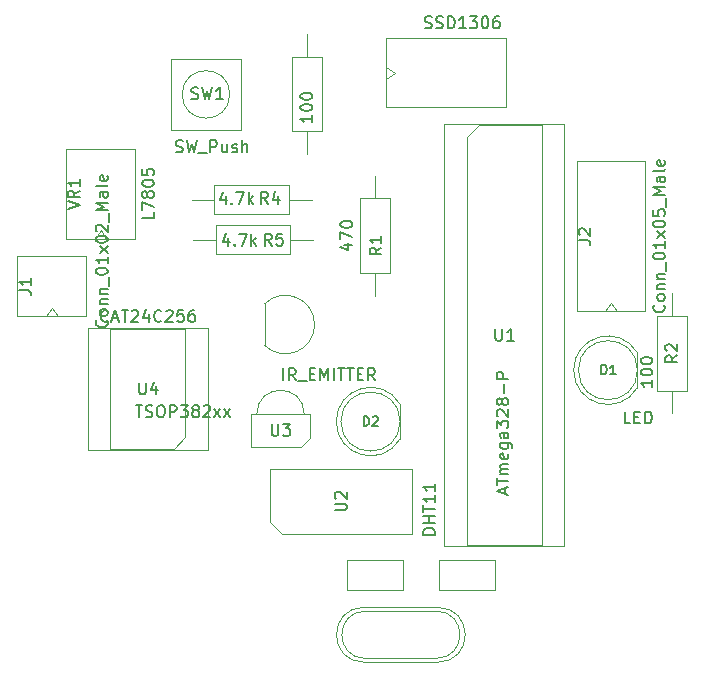
<source format=gbr>
%TF.GenerationSoftware,KiCad,Pcbnew,(6.0.7-1)-1*%
%TF.CreationDate,2022-10-19T21:48:05+05:30*%
%TF.ProjectId,Ac Temp Control V2,41632054-656d-4702-9043-6f6e74726f6c,rev?*%
%TF.SameCoordinates,Original*%
%TF.FileFunction,AssemblyDrawing,Top*%
%FSLAX46Y46*%
G04 Gerber Fmt 4.6, Leading zero omitted, Abs format (unit mm)*
G04 Created by KiCad (PCBNEW (6.0.7-1)-1) date 2022-10-19 21:48:05*
%MOMM*%
%LPD*%
G01*
G04 APERTURE LIST*
%ADD10C,0.150000*%
%ADD11C,0.200000*%
%ADD12C,0.100000*%
G04 APERTURE END LIST*
D10*
%TO.C,U1*%
X157648468Y-117848468D02*
X157648468Y-117372278D01*
X157934182Y-117943706D02*
X156934182Y-117610373D01*
X157934182Y-117277040D01*
X156934182Y-117086563D02*
X156934182Y-116515135D01*
X157934182Y-116800849D02*
X156934182Y-116800849D01*
X157934182Y-116181802D02*
X157267516Y-116181802D01*
X157362754Y-116181802D02*
X157315135Y-116134182D01*
X157267516Y-116038944D01*
X157267516Y-115896087D01*
X157315135Y-115800849D01*
X157410373Y-115753230D01*
X157934182Y-115753230D01*
X157410373Y-115753230D02*
X157315135Y-115705611D01*
X157267516Y-115610373D01*
X157267516Y-115467516D01*
X157315135Y-115372278D01*
X157410373Y-115324659D01*
X157934182Y-115324659D01*
X157886563Y-114467516D02*
X157934182Y-114562754D01*
X157934182Y-114753230D01*
X157886563Y-114848468D01*
X157791325Y-114896087D01*
X157410373Y-114896087D01*
X157315135Y-114848468D01*
X157267516Y-114753230D01*
X157267516Y-114562754D01*
X157315135Y-114467516D01*
X157410373Y-114419897D01*
X157505611Y-114419897D01*
X157600849Y-114896087D01*
X157267516Y-113562754D02*
X158077040Y-113562754D01*
X158172278Y-113610373D01*
X158219897Y-113657992D01*
X158267516Y-113753230D01*
X158267516Y-113896087D01*
X158219897Y-113991325D01*
X157886563Y-113562754D02*
X157934182Y-113657992D01*
X157934182Y-113848468D01*
X157886563Y-113943706D01*
X157838944Y-113991325D01*
X157743706Y-114038944D01*
X157457992Y-114038944D01*
X157362754Y-113991325D01*
X157315135Y-113943706D01*
X157267516Y-113848468D01*
X157267516Y-113657992D01*
X157315135Y-113562754D01*
X157934182Y-112657992D02*
X157410373Y-112657992D01*
X157315135Y-112705611D01*
X157267516Y-112800849D01*
X157267516Y-112991325D01*
X157315135Y-113086563D01*
X157886563Y-112657992D02*
X157934182Y-112753230D01*
X157934182Y-112991325D01*
X157886563Y-113086563D01*
X157791325Y-113134182D01*
X157696087Y-113134182D01*
X157600849Y-113086563D01*
X157553230Y-112991325D01*
X157553230Y-112753230D01*
X157505611Y-112657992D01*
X156934182Y-112277040D02*
X156934182Y-111657992D01*
X157315135Y-111991325D01*
X157315135Y-111848468D01*
X157362754Y-111753230D01*
X157410373Y-111705611D01*
X157505611Y-111657992D01*
X157743706Y-111657992D01*
X157838944Y-111705611D01*
X157886563Y-111753230D01*
X157934182Y-111848468D01*
X157934182Y-112134182D01*
X157886563Y-112229421D01*
X157838944Y-112277040D01*
X157029421Y-111277040D02*
X156981802Y-111229421D01*
X156934182Y-111134182D01*
X156934182Y-110896087D01*
X156981802Y-110800849D01*
X157029421Y-110753230D01*
X157124659Y-110705611D01*
X157219897Y-110705611D01*
X157362754Y-110753230D01*
X157934182Y-111324659D01*
X157934182Y-110705611D01*
X157362754Y-110134182D02*
X157315135Y-110229421D01*
X157267516Y-110277040D01*
X157172278Y-110324659D01*
X157124659Y-110324659D01*
X157029421Y-110277040D01*
X156981802Y-110229421D01*
X156934182Y-110134182D01*
X156934182Y-109943706D01*
X156981802Y-109848468D01*
X157029421Y-109800849D01*
X157124659Y-109753230D01*
X157172278Y-109753230D01*
X157267516Y-109800849D01*
X157315135Y-109848468D01*
X157362754Y-109943706D01*
X157362754Y-110134182D01*
X157410373Y-110229421D01*
X157457992Y-110277040D01*
X157553230Y-110324659D01*
X157743706Y-110324659D01*
X157838944Y-110277040D01*
X157886563Y-110229421D01*
X157934182Y-110134182D01*
X157934182Y-109943706D01*
X157886563Y-109848468D01*
X157838944Y-109800849D01*
X157743706Y-109753230D01*
X157553230Y-109753230D01*
X157457992Y-109800849D01*
X157410373Y-109848468D01*
X157362754Y-109943706D01*
X157553230Y-109324659D02*
X157553230Y-108562754D01*
X157934182Y-108086563D02*
X156934182Y-108086563D01*
X156934182Y-107705611D01*
X156981802Y-107610373D01*
X157029421Y-107562754D01*
X157124659Y-107515135D01*
X157267516Y-107515135D01*
X157362754Y-107562754D01*
X157410373Y-107610373D01*
X157457992Y-107705611D01*
X157457992Y-108086563D01*
X156829897Y-103869182D02*
X156829897Y-104678706D01*
X156877516Y-104773944D01*
X156925135Y-104821563D01*
X157020373Y-104869182D01*
X157210849Y-104869182D01*
X157306087Y-104821563D01*
X157353706Y-104773944D01*
X157401325Y-104678706D01*
X157401325Y-103869182D01*
X158401325Y-104869182D02*
X157829897Y-104869182D01*
X158115611Y-104869182D02*
X158115611Y-103869182D01*
X158020373Y-104012040D01*
X157925135Y-104107278D01*
X157829897Y-104154897D01*
%TO.C,R3*%
X141334182Y-85798468D02*
X141334182Y-86369897D01*
X141334182Y-86084182D02*
X140334182Y-86084182D01*
X140477040Y-86179421D01*
X140572278Y-86274659D01*
X140619897Y-86369897D01*
X140334182Y-85179421D02*
X140334182Y-85084182D01*
X140381802Y-84988944D01*
X140429421Y-84941325D01*
X140524659Y-84893706D01*
X140715135Y-84846087D01*
X140953230Y-84846087D01*
X141143706Y-84893706D01*
X141238944Y-84941325D01*
X141286563Y-84988944D01*
X141334182Y-85084182D01*
X141334182Y-85179421D01*
X141286563Y-85274659D01*
X141238944Y-85322278D01*
X141143706Y-85369897D01*
X140953230Y-85417516D01*
X140715135Y-85417516D01*
X140524659Y-85369897D01*
X140429421Y-85322278D01*
X140381802Y-85274659D01*
X140334182Y-85179421D01*
X140334182Y-84227040D02*
X140334182Y-84131802D01*
X140381802Y-84036563D01*
X140429421Y-83988944D01*
X140524659Y-83941325D01*
X140715135Y-83893706D01*
X140953230Y-83893706D01*
X141143706Y-83941325D01*
X141238944Y-83988944D01*
X141286563Y-84036563D01*
X141334182Y-84131802D01*
X141334182Y-84227040D01*
X141286563Y-84322278D01*
X141238944Y-84369897D01*
X141143706Y-84417516D01*
X140953230Y-84465135D01*
X140715135Y-84465135D01*
X140524659Y-84417516D01*
X140429421Y-84369897D01*
X140381802Y-84322278D01*
X140334182Y-84227040D01*
%TO.C,VR1*%
X127934182Y-94027040D02*
X127934182Y-94503230D01*
X126934182Y-94503230D01*
X126934182Y-93788944D02*
X126934182Y-93122278D01*
X127934182Y-93550849D01*
X127362754Y-92598468D02*
X127315135Y-92693706D01*
X127267516Y-92741325D01*
X127172278Y-92788944D01*
X127124659Y-92788944D01*
X127029421Y-92741325D01*
X126981802Y-92693706D01*
X126934182Y-92598468D01*
X126934182Y-92407992D01*
X126981802Y-92312754D01*
X127029421Y-92265135D01*
X127124659Y-92217516D01*
X127172278Y-92217516D01*
X127267516Y-92265135D01*
X127315135Y-92312754D01*
X127362754Y-92407992D01*
X127362754Y-92598468D01*
X127410373Y-92693706D01*
X127457992Y-92741325D01*
X127553230Y-92788944D01*
X127743706Y-92788944D01*
X127838944Y-92741325D01*
X127886563Y-92693706D01*
X127934182Y-92598468D01*
X127934182Y-92407992D01*
X127886563Y-92312754D01*
X127838944Y-92265135D01*
X127743706Y-92217516D01*
X127553230Y-92217516D01*
X127457992Y-92265135D01*
X127410373Y-92312754D01*
X127362754Y-92407992D01*
X126934182Y-91598468D02*
X126934182Y-91503230D01*
X126981802Y-91407992D01*
X127029421Y-91360373D01*
X127124659Y-91312754D01*
X127315135Y-91265135D01*
X127553230Y-91265135D01*
X127743706Y-91312754D01*
X127838944Y-91360373D01*
X127886563Y-91407992D01*
X127934182Y-91503230D01*
X127934182Y-91598468D01*
X127886563Y-91693706D01*
X127838944Y-91741325D01*
X127743706Y-91788944D01*
X127553230Y-91836563D01*
X127315135Y-91836563D01*
X127124659Y-91788944D01*
X127029421Y-91741325D01*
X126981802Y-91693706D01*
X126934182Y-91598468D01*
X126934182Y-90360373D02*
X126934182Y-90836563D01*
X127410373Y-90884182D01*
X127362754Y-90836563D01*
X127315135Y-90741325D01*
X127315135Y-90503230D01*
X127362754Y-90407992D01*
X127410373Y-90360373D01*
X127505611Y-90312754D01*
X127743706Y-90312754D01*
X127838944Y-90360373D01*
X127886563Y-90407992D01*
X127934182Y-90503230D01*
X127934182Y-90741325D01*
X127886563Y-90836563D01*
X127838944Y-90884182D01*
X120634182Y-93741325D02*
X121634182Y-93407992D01*
X120634182Y-93074659D01*
X121634182Y-92169897D02*
X121157992Y-92503230D01*
X121634182Y-92741325D02*
X120634182Y-92741325D01*
X120634182Y-92360373D01*
X120681802Y-92265135D01*
X120729421Y-92217516D01*
X120824659Y-92169897D01*
X120967516Y-92169897D01*
X121062754Y-92217516D01*
X121110373Y-92265135D01*
X121157992Y-92360373D01*
X121157992Y-92741325D01*
X121634182Y-91217516D02*
X121634182Y-91788944D01*
X121634182Y-91503230D02*
X120634182Y-91503230D01*
X120777040Y-91598468D01*
X120872278Y-91693706D01*
X120919897Y-91788944D01*
%TO.C,SW1*%
X129784182Y-88886563D02*
X129927040Y-88934182D01*
X130165135Y-88934182D01*
X130260373Y-88886563D01*
X130307992Y-88838944D01*
X130355611Y-88743706D01*
X130355611Y-88648468D01*
X130307992Y-88553230D01*
X130260373Y-88505611D01*
X130165135Y-88457992D01*
X129974659Y-88410373D01*
X129879421Y-88362754D01*
X129831802Y-88315135D01*
X129784182Y-88219897D01*
X129784182Y-88124659D01*
X129831802Y-88029421D01*
X129879421Y-87981802D01*
X129974659Y-87934182D01*
X130212754Y-87934182D01*
X130355611Y-87981802D01*
X130688944Y-87934182D02*
X130927040Y-88934182D01*
X131117516Y-88219897D01*
X131307992Y-88934182D01*
X131546087Y-87934182D01*
X131688944Y-89029421D02*
X132450849Y-89029421D01*
X132688944Y-88934182D02*
X132688944Y-87934182D01*
X133069897Y-87934182D01*
X133165135Y-87981802D01*
X133212754Y-88029421D01*
X133260373Y-88124659D01*
X133260373Y-88267516D01*
X133212754Y-88362754D01*
X133165135Y-88410373D01*
X133069897Y-88457992D01*
X132688944Y-88457992D01*
X134117516Y-88267516D02*
X134117516Y-88934182D01*
X133688944Y-88267516D02*
X133688944Y-88791325D01*
X133736563Y-88886563D01*
X133831802Y-88934182D01*
X133974659Y-88934182D01*
X134069897Y-88886563D01*
X134117516Y-88838944D01*
X134546087Y-88886563D02*
X134641325Y-88934182D01*
X134831802Y-88934182D01*
X134927040Y-88886563D01*
X134974659Y-88791325D01*
X134974659Y-88743706D01*
X134927040Y-88648468D01*
X134831802Y-88600849D01*
X134688944Y-88600849D01*
X134593706Y-88553230D01*
X134546087Y-88457992D01*
X134546087Y-88410373D01*
X134593706Y-88315135D01*
X134688944Y-88267516D01*
X134831802Y-88267516D01*
X134927040Y-88315135D01*
X135403230Y-88934182D02*
X135403230Y-87934182D01*
X135831802Y-88934182D02*
X135831802Y-88410373D01*
X135784182Y-88315135D01*
X135688944Y-88267516D01*
X135546087Y-88267516D01*
X135450849Y-88315135D01*
X135403230Y-88362754D01*
X131098468Y-84386563D02*
X131241325Y-84434182D01*
X131479421Y-84434182D01*
X131574659Y-84386563D01*
X131622278Y-84338944D01*
X131669897Y-84243706D01*
X131669897Y-84148468D01*
X131622278Y-84053230D01*
X131574659Y-84005611D01*
X131479421Y-83957992D01*
X131288944Y-83910373D01*
X131193706Y-83862754D01*
X131146087Y-83815135D01*
X131098468Y-83719897D01*
X131098468Y-83624659D01*
X131146087Y-83529421D01*
X131193706Y-83481802D01*
X131288944Y-83434182D01*
X131527040Y-83434182D01*
X131669897Y-83481802D01*
X132003230Y-83434182D02*
X132241325Y-84434182D01*
X132431802Y-83719897D01*
X132622278Y-84434182D01*
X132860373Y-83434182D01*
X133765135Y-84434182D02*
X133193706Y-84434182D01*
X133479421Y-84434182D02*
X133479421Y-83434182D01*
X133384182Y-83577040D01*
X133288944Y-83672278D01*
X133193706Y-83719897D01*
%TO.C,R1*%
X144047516Y-96743706D02*
X144714182Y-96743706D01*
X143666563Y-96981802D02*
X144380849Y-97219897D01*
X144380849Y-96600849D01*
X143714182Y-96315135D02*
X143714182Y-95648468D01*
X144714182Y-96077040D01*
X143714182Y-95077040D02*
X143714182Y-94981802D01*
X143761802Y-94886563D01*
X143809421Y-94838944D01*
X143904659Y-94791325D01*
X144095135Y-94743706D01*
X144333230Y-94743706D01*
X144523706Y-94791325D01*
X144618944Y-94838944D01*
X144666563Y-94886563D01*
X144714182Y-94981802D01*
X144714182Y-95077040D01*
X144666563Y-95172278D01*
X144618944Y-95219897D01*
X144523706Y-95267516D01*
X144333230Y-95315135D01*
X144095135Y-95315135D01*
X143904659Y-95267516D01*
X143809421Y-95219897D01*
X143761802Y-95172278D01*
X143714182Y-95077040D01*
X147184182Y-96998468D02*
X146707992Y-97331802D01*
X147184182Y-97569897D02*
X146184182Y-97569897D01*
X146184182Y-97188944D01*
X146231802Y-97093706D01*
X146279421Y-97046087D01*
X146374659Y-96998468D01*
X146517516Y-96998468D01*
X146612754Y-97046087D01*
X146660373Y-97093706D01*
X146707992Y-97188944D01*
X146707992Y-97569897D01*
X147184182Y-96046087D02*
X147184182Y-96617516D01*
X147184182Y-96331802D02*
X146184182Y-96331802D01*
X146327040Y-96427040D01*
X146422278Y-96522278D01*
X146469897Y-96617516D01*
%TO.C,U4*%
X124040849Y-103188944D02*
X123993230Y-103236563D01*
X123850373Y-103284182D01*
X123755135Y-103284182D01*
X123612278Y-103236563D01*
X123517040Y-103141325D01*
X123469421Y-103046087D01*
X123421802Y-102855611D01*
X123421802Y-102712754D01*
X123469421Y-102522278D01*
X123517040Y-102427040D01*
X123612278Y-102331802D01*
X123755135Y-102284182D01*
X123850373Y-102284182D01*
X123993230Y-102331802D01*
X124040849Y-102379421D01*
X124421802Y-102998468D02*
X124897992Y-102998468D01*
X124326563Y-103284182D02*
X124659897Y-102284182D01*
X124993230Y-103284182D01*
X125183706Y-102284182D02*
X125755135Y-102284182D01*
X125469421Y-103284182D02*
X125469421Y-102284182D01*
X126040849Y-102379421D02*
X126088468Y-102331802D01*
X126183706Y-102284182D01*
X126421802Y-102284182D01*
X126517040Y-102331802D01*
X126564659Y-102379421D01*
X126612278Y-102474659D01*
X126612278Y-102569897D01*
X126564659Y-102712754D01*
X125993230Y-103284182D01*
X126612278Y-103284182D01*
X127469421Y-102617516D02*
X127469421Y-103284182D01*
X127231325Y-102236563D02*
X126993230Y-102950849D01*
X127612278Y-102950849D01*
X128564659Y-103188944D02*
X128517040Y-103236563D01*
X128374182Y-103284182D01*
X128278944Y-103284182D01*
X128136087Y-103236563D01*
X128040849Y-103141325D01*
X127993230Y-103046087D01*
X127945611Y-102855611D01*
X127945611Y-102712754D01*
X127993230Y-102522278D01*
X128040849Y-102427040D01*
X128136087Y-102331802D01*
X128278944Y-102284182D01*
X128374182Y-102284182D01*
X128517040Y-102331802D01*
X128564659Y-102379421D01*
X128945611Y-102379421D02*
X128993230Y-102331802D01*
X129088468Y-102284182D01*
X129326563Y-102284182D01*
X129421802Y-102331802D01*
X129469421Y-102379421D01*
X129517040Y-102474659D01*
X129517040Y-102569897D01*
X129469421Y-102712754D01*
X128897992Y-103284182D01*
X129517040Y-103284182D01*
X130421802Y-102284182D02*
X129945611Y-102284182D01*
X129897992Y-102760373D01*
X129945611Y-102712754D01*
X130040849Y-102665135D01*
X130278944Y-102665135D01*
X130374182Y-102712754D01*
X130421802Y-102760373D01*
X130469421Y-102855611D01*
X130469421Y-103093706D01*
X130421802Y-103188944D01*
X130374182Y-103236563D01*
X130278944Y-103284182D01*
X130040849Y-103284182D01*
X129945611Y-103236563D01*
X129897992Y-103188944D01*
X131326563Y-102284182D02*
X131136087Y-102284182D01*
X131040849Y-102331802D01*
X130993230Y-102379421D01*
X130897992Y-102522278D01*
X130850373Y-102712754D01*
X130850373Y-103093706D01*
X130897992Y-103188944D01*
X130945611Y-103236563D01*
X131040849Y-103284182D01*
X131231325Y-103284182D01*
X131326563Y-103236563D01*
X131374182Y-103188944D01*
X131421802Y-103093706D01*
X131421802Y-102855611D01*
X131374182Y-102760373D01*
X131326563Y-102712754D01*
X131231325Y-102665135D01*
X131040849Y-102665135D01*
X130945611Y-102712754D01*
X130897992Y-102760373D01*
X130850373Y-102855611D01*
X126659897Y-108424182D02*
X126659897Y-109233706D01*
X126707516Y-109328944D01*
X126755135Y-109376563D01*
X126850373Y-109424182D01*
X127040849Y-109424182D01*
X127136087Y-109376563D01*
X127183706Y-109328944D01*
X127231325Y-109233706D01*
X127231325Y-108424182D01*
X128136087Y-108757516D02*
X128136087Y-109424182D01*
X127897992Y-108376563D02*
X127659897Y-109090849D01*
X128278944Y-109090849D01*
%TO.C,J1*%
X123918944Y-103145135D02*
X123966563Y-103192754D01*
X124014182Y-103335611D01*
X124014182Y-103430849D01*
X123966563Y-103573706D01*
X123871325Y-103668944D01*
X123776087Y-103716563D01*
X123585611Y-103764182D01*
X123442754Y-103764182D01*
X123252278Y-103716563D01*
X123157040Y-103668944D01*
X123061802Y-103573706D01*
X123014182Y-103430849D01*
X123014182Y-103335611D01*
X123061802Y-103192754D01*
X123109421Y-103145135D01*
X124014182Y-102573706D02*
X123966563Y-102668944D01*
X123918944Y-102716563D01*
X123823706Y-102764182D01*
X123537992Y-102764182D01*
X123442754Y-102716563D01*
X123395135Y-102668944D01*
X123347516Y-102573706D01*
X123347516Y-102430849D01*
X123395135Y-102335611D01*
X123442754Y-102287992D01*
X123537992Y-102240373D01*
X123823706Y-102240373D01*
X123918944Y-102287992D01*
X123966563Y-102335611D01*
X124014182Y-102430849D01*
X124014182Y-102573706D01*
X123347516Y-101811802D02*
X124014182Y-101811802D01*
X123442754Y-101811802D02*
X123395135Y-101764182D01*
X123347516Y-101668944D01*
X123347516Y-101526087D01*
X123395135Y-101430849D01*
X123490373Y-101383230D01*
X124014182Y-101383230D01*
X123347516Y-100907040D02*
X124014182Y-100907040D01*
X123442754Y-100907040D02*
X123395135Y-100859421D01*
X123347516Y-100764182D01*
X123347516Y-100621325D01*
X123395135Y-100526087D01*
X123490373Y-100478468D01*
X124014182Y-100478468D01*
X124109421Y-100240373D02*
X124109421Y-99478468D01*
X123014182Y-99049897D02*
X123014182Y-98954659D01*
X123061802Y-98859421D01*
X123109421Y-98811802D01*
X123204659Y-98764182D01*
X123395135Y-98716563D01*
X123633230Y-98716563D01*
X123823706Y-98764182D01*
X123918944Y-98811802D01*
X123966563Y-98859421D01*
X124014182Y-98954659D01*
X124014182Y-99049897D01*
X123966563Y-99145135D01*
X123918944Y-99192754D01*
X123823706Y-99240373D01*
X123633230Y-99287992D01*
X123395135Y-99287992D01*
X123204659Y-99240373D01*
X123109421Y-99192754D01*
X123061802Y-99145135D01*
X123014182Y-99049897D01*
X124014182Y-97764182D02*
X124014182Y-98335611D01*
X124014182Y-98049897D02*
X123014182Y-98049897D01*
X123157040Y-98145135D01*
X123252278Y-98240373D01*
X123299897Y-98335611D01*
X124014182Y-97430849D02*
X123347516Y-96907040D01*
X123347516Y-97430849D02*
X124014182Y-96907040D01*
X123014182Y-96335611D02*
X123014182Y-96240373D01*
X123061802Y-96145135D01*
X123109421Y-96097516D01*
X123204659Y-96049897D01*
X123395135Y-96002278D01*
X123633230Y-96002278D01*
X123823706Y-96049897D01*
X123918944Y-96097516D01*
X123966563Y-96145135D01*
X124014182Y-96240373D01*
X124014182Y-96335611D01*
X123966563Y-96430849D01*
X123918944Y-96478468D01*
X123823706Y-96526087D01*
X123633230Y-96573706D01*
X123395135Y-96573706D01*
X123204659Y-96526087D01*
X123109421Y-96478468D01*
X123061802Y-96430849D01*
X123014182Y-96335611D01*
X123109421Y-95621325D02*
X123061802Y-95573706D01*
X123014182Y-95478468D01*
X123014182Y-95240373D01*
X123061802Y-95145135D01*
X123109421Y-95097516D01*
X123204659Y-95049897D01*
X123299897Y-95049897D01*
X123442754Y-95097516D01*
X124014182Y-95668944D01*
X124014182Y-95049897D01*
X124109421Y-94859421D02*
X124109421Y-94097516D01*
X124014182Y-93859421D02*
X123014182Y-93859421D01*
X123728468Y-93526087D01*
X123014182Y-93192754D01*
X124014182Y-93192754D01*
X124014182Y-92287992D02*
X123490373Y-92287992D01*
X123395135Y-92335611D01*
X123347516Y-92430849D01*
X123347516Y-92621325D01*
X123395135Y-92716563D01*
X123966563Y-92287992D02*
X124014182Y-92383230D01*
X124014182Y-92621325D01*
X123966563Y-92716563D01*
X123871325Y-92764182D01*
X123776087Y-92764182D01*
X123680849Y-92716563D01*
X123633230Y-92621325D01*
X123633230Y-92383230D01*
X123585611Y-92287992D01*
X124014182Y-91668944D02*
X123966563Y-91764182D01*
X123871325Y-91811802D01*
X123014182Y-91811802D01*
X123966563Y-90907040D02*
X124014182Y-91002278D01*
X124014182Y-91192754D01*
X123966563Y-91287992D01*
X123871325Y-91335611D01*
X123490373Y-91335611D01*
X123395135Y-91287992D01*
X123347516Y-91192754D01*
X123347516Y-91002278D01*
X123395135Y-90907040D01*
X123490373Y-90859421D01*
X123585611Y-90859421D01*
X123680849Y-91335611D01*
X116514182Y-100595135D02*
X117228468Y-100595135D01*
X117371325Y-100642754D01*
X117466563Y-100737992D01*
X117514182Y-100880849D01*
X117514182Y-100976087D01*
X117514182Y-99595135D02*
X117514182Y-100166563D01*
X117514182Y-99880849D02*
X116514182Y-99880849D01*
X116657040Y-99976087D01*
X116752278Y-100071325D01*
X116799897Y-100166563D01*
%TO.C,DISPLAY1*%
X150865135Y-78386563D02*
X151007992Y-78434182D01*
X151246087Y-78434182D01*
X151341325Y-78386563D01*
X151388944Y-78338944D01*
X151436563Y-78243706D01*
X151436563Y-78148468D01*
X151388944Y-78053230D01*
X151341325Y-78005611D01*
X151246087Y-77957992D01*
X151055611Y-77910373D01*
X150960373Y-77862754D01*
X150912754Y-77815135D01*
X150865135Y-77719897D01*
X150865135Y-77624659D01*
X150912754Y-77529421D01*
X150960373Y-77481802D01*
X151055611Y-77434182D01*
X151293706Y-77434182D01*
X151436563Y-77481802D01*
X151817516Y-78386563D02*
X151960373Y-78434182D01*
X152198468Y-78434182D01*
X152293706Y-78386563D01*
X152341325Y-78338944D01*
X152388944Y-78243706D01*
X152388944Y-78148468D01*
X152341325Y-78053230D01*
X152293706Y-78005611D01*
X152198468Y-77957992D01*
X152007992Y-77910373D01*
X151912754Y-77862754D01*
X151865135Y-77815135D01*
X151817516Y-77719897D01*
X151817516Y-77624659D01*
X151865135Y-77529421D01*
X151912754Y-77481802D01*
X152007992Y-77434182D01*
X152246087Y-77434182D01*
X152388944Y-77481802D01*
X152817516Y-78434182D02*
X152817516Y-77434182D01*
X153055611Y-77434182D01*
X153198468Y-77481802D01*
X153293706Y-77577040D01*
X153341325Y-77672278D01*
X153388944Y-77862754D01*
X153388944Y-78005611D01*
X153341325Y-78196087D01*
X153293706Y-78291325D01*
X153198468Y-78386563D01*
X153055611Y-78434182D01*
X152817516Y-78434182D01*
X154341325Y-78434182D02*
X153769897Y-78434182D01*
X154055611Y-78434182D02*
X154055611Y-77434182D01*
X153960373Y-77577040D01*
X153865135Y-77672278D01*
X153769897Y-77719897D01*
X154674659Y-77434182D02*
X155293706Y-77434182D01*
X154960373Y-77815135D01*
X155103230Y-77815135D01*
X155198468Y-77862754D01*
X155246087Y-77910373D01*
X155293706Y-78005611D01*
X155293706Y-78243706D01*
X155246087Y-78338944D01*
X155198468Y-78386563D01*
X155103230Y-78434182D01*
X154817516Y-78434182D01*
X154722278Y-78386563D01*
X154674659Y-78338944D01*
X155912754Y-77434182D02*
X156007992Y-77434182D01*
X156103230Y-77481802D01*
X156150849Y-77529421D01*
X156198468Y-77624659D01*
X156246087Y-77815135D01*
X156246087Y-78053230D01*
X156198468Y-78243706D01*
X156150849Y-78338944D01*
X156103230Y-78386563D01*
X156007992Y-78434182D01*
X155912754Y-78434182D01*
X155817516Y-78386563D01*
X155769897Y-78338944D01*
X155722278Y-78243706D01*
X155674659Y-78053230D01*
X155674659Y-77815135D01*
X155722278Y-77624659D01*
X155769897Y-77529421D01*
X155817516Y-77481802D01*
X155912754Y-77434182D01*
X157103230Y-77434182D02*
X156912754Y-77434182D01*
X156817516Y-77481802D01*
X156769897Y-77529421D01*
X156674659Y-77672278D01*
X156627040Y-77862754D01*
X156627040Y-78243706D01*
X156674659Y-78338944D01*
X156722278Y-78386563D01*
X156817516Y-78434182D01*
X157007992Y-78434182D01*
X157103230Y-78386563D01*
X157150849Y-78338944D01*
X157198468Y-78243706D01*
X157198468Y-78005611D01*
X157150849Y-77910373D01*
X157103230Y-77862754D01*
X157007992Y-77815135D01*
X156817516Y-77815135D01*
X156722278Y-77862754D01*
X156674659Y-77910373D01*
X156627040Y-78005611D01*
%TO.C,D1*%
X168263944Y-111884182D02*
X167787754Y-111884182D01*
X167787754Y-110884182D01*
X168597278Y-111360373D02*
X168930611Y-111360373D01*
X169073468Y-111884182D02*
X168597278Y-111884182D01*
X168597278Y-110884182D01*
X169073468Y-110884182D01*
X169502040Y-111884182D02*
X169502040Y-110884182D01*
X169740135Y-110884182D01*
X169882992Y-110931802D01*
X169978230Y-111027040D01*
X170025849Y-111122278D01*
X170073468Y-111312754D01*
X170073468Y-111455611D01*
X170025849Y-111646087D01*
X169978230Y-111741325D01*
X169882992Y-111836563D01*
X169740135Y-111884182D01*
X169502040Y-111884182D01*
D11*
X165791325Y-107743706D02*
X165791325Y-106943706D01*
X165981802Y-106943706D01*
X166096087Y-106981802D01*
X166172278Y-107057992D01*
X166210373Y-107134182D01*
X166248468Y-107286563D01*
X166248468Y-107400849D01*
X166210373Y-107553230D01*
X166172278Y-107629421D01*
X166096087Y-107705611D01*
X165981802Y-107743706D01*
X165791325Y-107743706D01*
X167010373Y-107743706D02*
X166553230Y-107743706D01*
X166781802Y-107743706D02*
X166781802Y-106943706D01*
X166705611Y-107057992D01*
X166629421Y-107134182D01*
X166553230Y-107172278D01*
D10*
%TO.C,J2*%
X171088944Y-101865135D02*
X171136563Y-101912754D01*
X171184182Y-102055611D01*
X171184182Y-102150849D01*
X171136563Y-102293706D01*
X171041325Y-102388944D01*
X170946087Y-102436563D01*
X170755611Y-102484182D01*
X170612754Y-102484182D01*
X170422278Y-102436563D01*
X170327040Y-102388944D01*
X170231802Y-102293706D01*
X170184182Y-102150849D01*
X170184182Y-102055611D01*
X170231802Y-101912754D01*
X170279421Y-101865135D01*
X171184182Y-101293706D02*
X171136563Y-101388944D01*
X171088944Y-101436563D01*
X170993706Y-101484182D01*
X170707992Y-101484182D01*
X170612754Y-101436563D01*
X170565135Y-101388944D01*
X170517516Y-101293706D01*
X170517516Y-101150849D01*
X170565135Y-101055611D01*
X170612754Y-101007992D01*
X170707992Y-100960373D01*
X170993706Y-100960373D01*
X171088944Y-101007992D01*
X171136563Y-101055611D01*
X171184182Y-101150849D01*
X171184182Y-101293706D01*
X170517516Y-100531802D02*
X171184182Y-100531802D01*
X170612754Y-100531802D02*
X170565135Y-100484182D01*
X170517516Y-100388944D01*
X170517516Y-100246087D01*
X170565135Y-100150849D01*
X170660373Y-100103230D01*
X171184182Y-100103230D01*
X170517516Y-99627040D02*
X171184182Y-99627040D01*
X170612754Y-99627040D02*
X170565135Y-99579421D01*
X170517516Y-99484182D01*
X170517516Y-99341325D01*
X170565135Y-99246087D01*
X170660373Y-99198468D01*
X171184182Y-99198468D01*
X171279421Y-98960373D02*
X171279421Y-98198468D01*
X170184182Y-97769897D02*
X170184182Y-97674659D01*
X170231802Y-97579421D01*
X170279421Y-97531802D01*
X170374659Y-97484182D01*
X170565135Y-97436563D01*
X170803230Y-97436563D01*
X170993706Y-97484182D01*
X171088944Y-97531802D01*
X171136563Y-97579421D01*
X171184182Y-97674659D01*
X171184182Y-97769897D01*
X171136563Y-97865135D01*
X171088944Y-97912754D01*
X170993706Y-97960373D01*
X170803230Y-98007992D01*
X170565135Y-98007992D01*
X170374659Y-97960373D01*
X170279421Y-97912754D01*
X170231802Y-97865135D01*
X170184182Y-97769897D01*
X171184182Y-96484182D02*
X171184182Y-97055611D01*
X171184182Y-96769897D02*
X170184182Y-96769897D01*
X170327040Y-96865135D01*
X170422278Y-96960373D01*
X170469897Y-97055611D01*
X171184182Y-96150849D02*
X170517516Y-95627040D01*
X170517516Y-96150849D02*
X171184182Y-95627040D01*
X170184182Y-95055611D02*
X170184182Y-94960373D01*
X170231802Y-94865135D01*
X170279421Y-94817516D01*
X170374659Y-94769897D01*
X170565135Y-94722278D01*
X170803230Y-94722278D01*
X170993706Y-94769897D01*
X171088944Y-94817516D01*
X171136563Y-94865135D01*
X171184182Y-94960373D01*
X171184182Y-95055611D01*
X171136563Y-95150849D01*
X171088944Y-95198468D01*
X170993706Y-95246087D01*
X170803230Y-95293706D01*
X170565135Y-95293706D01*
X170374659Y-95246087D01*
X170279421Y-95198468D01*
X170231802Y-95150849D01*
X170184182Y-95055611D01*
X170184182Y-93817516D02*
X170184182Y-94293706D01*
X170660373Y-94341325D01*
X170612754Y-94293706D01*
X170565135Y-94198468D01*
X170565135Y-93960373D01*
X170612754Y-93865135D01*
X170660373Y-93817516D01*
X170755611Y-93769897D01*
X170993706Y-93769897D01*
X171088944Y-93817516D01*
X171136563Y-93865135D01*
X171184182Y-93960373D01*
X171184182Y-94198468D01*
X171136563Y-94293706D01*
X171088944Y-94341325D01*
X171279421Y-93579421D02*
X171279421Y-92817516D01*
X171184182Y-92579421D02*
X170184182Y-92579421D01*
X170898468Y-92246087D01*
X170184182Y-91912754D01*
X171184182Y-91912754D01*
X171184182Y-91007992D02*
X170660373Y-91007992D01*
X170565135Y-91055611D01*
X170517516Y-91150849D01*
X170517516Y-91341325D01*
X170565135Y-91436563D01*
X171136563Y-91007992D02*
X171184182Y-91103230D01*
X171184182Y-91341325D01*
X171136563Y-91436563D01*
X171041325Y-91484182D01*
X170946087Y-91484182D01*
X170850849Y-91436563D01*
X170803230Y-91341325D01*
X170803230Y-91103230D01*
X170755611Y-91007992D01*
X171184182Y-90388944D02*
X171136563Y-90484182D01*
X171041325Y-90531802D01*
X170184182Y-90531802D01*
X171136563Y-89627040D02*
X171184182Y-89722278D01*
X171184182Y-89912754D01*
X171136563Y-90007992D01*
X171041325Y-90055611D01*
X170660373Y-90055611D01*
X170565135Y-90007992D01*
X170517516Y-89912754D01*
X170517516Y-89722278D01*
X170565135Y-89627040D01*
X170660373Y-89579421D01*
X170755611Y-89579421D01*
X170850849Y-90055611D01*
X163884182Y-96365135D02*
X164598468Y-96365135D01*
X164741325Y-96412754D01*
X164836563Y-96507992D01*
X164884182Y-96650849D01*
X164884182Y-96746087D01*
X163979421Y-95936563D02*
X163931802Y-95888944D01*
X163884182Y-95793706D01*
X163884182Y-95555611D01*
X163931802Y-95460373D01*
X163979421Y-95412754D01*
X164074659Y-95365135D01*
X164169897Y-95365135D01*
X164312754Y-95412754D01*
X164884182Y-95984182D01*
X164884182Y-95365135D01*
%TO.C,R5*%
X134223230Y-96167516D02*
X134223230Y-96834182D01*
X133985135Y-95786563D02*
X133747040Y-96500849D01*
X134366087Y-96500849D01*
X134747040Y-96738944D02*
X134794659Y-96786563D01*
X134747040Y-96834182D01*
X134699421Y-96786563D01*
X134747040Y-96738944D01*
X134747040Y-96834182D01*
X135127992Y-95834182D02*
X135794659Y-95834182D01*
X135366087Y-96834182D01*
X136175611Y-96834182D02*
X136175611Y-95834182D01*
X136270849Y-96453230D02*
X136556563Y-96834182D01*
X136556563Y-96167516D02*
X136175611Y-96548468D01*
X137885135Y-96834182D02*
X137551802Y-96357992D01*
X137313706Y-96834182D02*
X137313706Y-95834182D01*
X137694659Y-95834182D01*
X137789897Y-95881802D01*
X137837516Y-95929421D01*
X137885135Y-96024659D01*
X137885135Y-96167516D01*
X137837516Y-96262754D01*
X137789897Y-96310373D01*
X137694659Y-96357992D01*
X137313706Y-96357992D01*
X138789897Y-95834182D02*
X138313706Y-95834182D01*
X138266087Y-96310373D01*
X138313706Y-96262754D01*
X138408944Y-96215135D01*
X138647040Y-96215135D01*
X138742278Y-96262754D01*
X138789897Y-96310373D01*
X138837516Y-96405611D01*
X138837516Y-96643706D01*
X138789897Y-96738944D01*
X138742278Y-96786563D01*
X138647040Y-96834182D01*
X138408944Y-96834182D01*
X138313706Y-96786563D01*
X138266087Y-96738944D01*
%TO.C,D2*%
X138874659Y-108234182D02*
X138874659Y-107234182D01*
X139922278Y-108234182D02*
X139588944Y-107757992D01*
X139350849Y-108234182D02*
X139350849Y-107234182D01*
X139731802Y-107234182D01*
X139827040Y-107281802D01*
X139874659Y-107329421D01*
X139922278Y-107424659D01*
X139922278Y-107567516D01*
X139874659Y-107662754D01*
X139827040Y-107710373D01*
X139731802Y-107757992D01*
X139350849Y-107757992D01*
X140112754Y-108329421D02*
X140874659Y-108329421D01*
X141112754Y-107710373D02*
X141446087Y-107710373D01*
X141588944Y-108234182D02*
X141112754Y-108234182D01*
X141112754Y-107234182D01*
X141588944Y-107234182D01*
X142017516Y-108234182D02*
X142017516Y-107234182D01*
X142350849Y-107948468D01*
X142684182Y-107234182D01*
X142684182Y-108234182D01*
X143160373Y-108234182D02*
X143160373Y-107234182D01*
X143493706Y-107234182D02*
X144065135Y-107234182D01*
X143779421Y-108234182D02*
X143779421Y-107234182D01*
X144255611Y-107234182D02*
X144827040Y-107234182D01*
X144541325Y-108234182D02*
X144541325Y-107234182D01*
X145160373Y-107710373D02*
X145493706Y-107710373D01*
X145636563Y-108234182D02*
X145160373Y-108234182D01*
X145160373Y-107234182D01*
X145636563Y-107234182D01*
X146636563Y-108234182D02*
X146303230Y-107757992D01*
X146065135Y-108234182D02*
X146065135Y-107234182D01*
X146446087Y-107234182D01*
X146541325Y-107281802D01*
X146588944Y-107329421D01*
X146636563Y-107424659D01*
X146636563Y-107567516D01*
X146588944Y-107662754D01*
X146541325Y-107710373D01*
X146446087Y-107757992D01*
X146065135Y-107757992D01*
D11*
X145691325Y-112093706D02*
X145691325Y-111293706D01*
X145881802Y-111293706D01*
X145996087Y-111331802D01*
X146072278Y-111407992D01*
X146110373Y-111484182D01*
X146148468Y-111636563D01*
X146148468Y-111750849D01*
X146110373Y-111903230D01*
X146072278Y-111979421D01*
X145996087Y-112055611D01*
X145881802Y-112093706D01*
X145691325Y-112093706D01*
X146453230Y-111369897D02*
X146491325Y-111331802D01*
X146567516Y-111293706D01*
X146757992Y-111293706D01*
X146834182Y-111331802D01*
X146872278Y-111369897D01*
X146910373Y-111446087D01*
X146910373Y-111522278D01*
X146872278Y-111636563D01*
X146415135Y-112093706D01*
X146910373Y-112093706D01*
D10*
%TO.C,R2*%
X170134182Y-108198468D02*
X170134182Y-108769897D01*
X170134182Y-108484182D02*
X169134182Y-108484182D01*
X169277040Y-108579421D01*
X169372278Y-108674659D01*
X169419897Y-108769897D01*
X169134182Y-107579421D02*
X169134182Y-107484182D01*
X169181802Y-107388944D01*
X169229421Y-107341325D01*
X169324659Y-107293706D01*
X169515135Y-107246087D01*
X169753230Y-107246087D01*
X169943706Y-107293706D01*
X170038944Y-107341325D01*
X170086563Y-107388944D01*
X170134182Y-107484182D01*
X170134182Y-107579421D01*
X170086563Y-107674659D01*
X170038944Y-107722278D01*
X169943706Y-107769897D01*
X169753230Y-107817516D01*
X169515135Y-107817516D01*
X169324659Y-107769897D01*
X169229421Y-107722278D01*
X169181802Y-107674659D01*
X169134182Y-107579421D01*
X169134182Y-106627040D02*
X169134182Y-106531802D01*
X169181802Y-106436563D01*
X169229421Y-106388944D01*
X169324659Y-106341325D01*
X169515135Y-106293706D01*
X169753230Y-106293706D01*
X169943706Y-106341325D01*
X170038944Y-106388944D01*
X170086563Y-106436563D01*
X170134182Y-106531802D01*
X170134182Y-106627040D01*
X170086563Y-106722278D01*
X170038944Y-106769897D01*
X169943706Y-106817516D01*
X169753230Y-106865135D01*
X169515135Y-106865135D01*
X169324659Y-106817516D01*
X169229421Y-106769897D01*
X169181802Y-106722278D01*
X169134182Y-106627040D01*
X172234182Y-106128468D02*
X171757992Y-106461802D01*
X172234182Y-106699897D02*
X171234182Y-106699897D01*
X171234182Y-106318944D01*
X171281802Y-106223706D01*
X171329421Y-106176087D01*
X171424659Y-106128468D01*
X171567516Y-106128468D01*
X171662754Y-106176087D01*
X171710373Y-106223706D01*
X171757992Y-106318944D01*
X171757992Y-106699897D01*
X171329421Y-105747516D02*
X171281802Y-105699897D01*
X171234182Y-105604659D01*
X171234182Y-105366563D01*
X171281802Y-105271325D01*
X171329421Y-105223706D01*
X171424659Y-105176087D01*
X171519897Y-105176087D01*
X171662754Y-105223706D01*
X172234182Y-105795135D01*
X172234182Y-105176087D01*
%TO.C,U3*%
X126367992Y-110359182D02*
X126939421Y-110359182D01*
X126653706Y-111359182D02*
X126653706Y-110359182D01*
X127225135Y-111311563D02*
X127367992Y-111359182D01*
X127606087Y-111359182D01*
X127701325Y-111311563D01*
X127748944Y-111263944D01*
X127796563Y-111168706D01*
X127796563Y-111073468D01*
X127748944Y-110978230D01*
X127701325Y-110930611D01*
X127606087Y-110882992D01*
X127415611Y-110835373D01*
X127320373Y-110787754D01*
X127272754Y-110740135D01*
X127225135Y-110644897D01*
X127225135Y-110549659D01*
X127272754Y-110454421D01*
X127320373Y-110406802D01*
X127415611Y-110359182D01*
X127653706Y-110359182D01*
X127796563Y-110406802D01*
X128415611Y-110359182D02*
X128606087Y-110359182D01*
X128701325Y-110406802D01*
X128796563Y-110502040D01*
X128844182Y-110692516D01*
X128844182Y-111025849D01*
X128796563Y-111216325D01*
X128701325Y-111311563D01*
X128606087Y-111359182D01*
X128415611Y-111359182D01*
X128320373Y-111311563D01*
X128225135Y-111216325D01*
X128177516Y-111025849D01*
X128177516Y-110692516D01*
X128225135Y-110502040D01*
X128320373Y-110406802D01*
X128415611Y-110359182D01*
X129272754Y-111359182D02*
X129272754Y-110359182D01*
X129653706Y-110359182D01*
X129748944Y-110406802D01*
X129796563Y-110454421D01*
X129844182Y-110549659D01*
X129844182Y-110692516D01*
X129796563Y-110787754D01*
X129748944Y-110835373D01*
X129653706Y-110882992D01*
X129272754Y-110882992D01*
X130177516Y-110359182D02*
X130796563Y-110359182D01*
X130463230Y-110740135D01*
X130606087Y-110740135D01*
X130701325Y-110787754D01*
X130748944Y-110835373D01*
X130796563Y-110930611D01*
X130796563Y-111168706D01*
X130748944Y-111263944D01*
X130701325Y-111311563D01*
X130606087Y-111359182D01*
X130320373Y-111359182D01*
X130225135Y-111311563D01*
X130177516Y-111263944D01*
X131367992Y-110787754D02*
X131272754Y-110740135D01*
X131225135Y-110692516D01*
X131177516Y-110597278D01*
X131177516Y-110549659D01*
X131225135Y-110454421D01*
X131272754Y-110406802D01*
X131367992Y-110359182D01*
X131558468Y-110359182D01*
X131653706Y-110406802D01*
X131701325Y-110454421D01*
X131748944Y-110549659D01*
X131748944Y-110597278D01*
X131701325Y-110692516D01*
X131653706Y-110740135D01*
X131558468Y-110787754D01*
X131367992Y-110787754D01*
X131272754Y-110835373D01*
X131225135Y-110882992D01*
X131177516Y-110978230D01*
X131177516Y-111168706D01*
X131225135Y-111263944D01*
X131272754Y-111311563D01*
X131367992Y-111359182D01*
X131558468Y-111359182D01*
X131653706Y-111311563D01*
X131701325Y-111263944D01*
X131748944Y-111168706D01*
X131748944Y-110978230D01*
X131701325Y-110882992D01*
X131653706Y-110835373D01*
X131558468Y-110787754D01*
X132129897Y-110454421D02*
X132177516Y-110406802D01*
X132272754Y-110359182D01*
X132510849Y-110359182D01*
X132606087Y-110406802D01*
X132653706Y-110454421D01*
X132701325Y-110549659D01*
X132701325Y-110644897D01*
X132653706Y-110787754D01*
X132082278Y-111359182D01*
X132701325Y-111359182D01*
X133034659Y-111359182D02*
X133558468Y-110692516D01*
X133034659Y-110692516D02*
X133558468Y-111359182D01*
X133844182Y-111359182D02*
X134367992Y-110692516D01*
X133844182Y-110692516D02*
X134367992Y-111359182D01*
X137879897Y-111934182D02*
X137879897Y-112743706D01*
X137927516Y-112838944D01*
X137975135Y-112886563D01*
X138070373Y-112934182D01*
X138260849Y-112934182D01*
X138356087Y-112886563D01*
X138403706Y-112838944D01*
X138451325Y-112743706D01*
X138451325Y-111934182D01*
X138832278Y-111934182D02*
X139451325Y-111934182D01*
X139117992Y-112315135D01*
X139260849Y-112315135D01*
X139356087Y-112362754D01*
X139403706Y-112410373D01*
X139451325Y-112505611D01*
X139451325Y-112743706D01*
X139403706Y-112838944D01*
X139356087Y-112886563D01*
X139260849Y-112934182D01*
X138975135Y-112934182D01*
X138879897Y-112886563D01*
X138832278Y-112838944D01*
%TO.C,R4*%
X134003230Y-92667516D02*
X134003230Y-93334182D01*
X133765135Y-92286563D02*
X133527040Y-93000849D01*
X134146087Y-93000849D01*
X134527040Y-93238944D02*
X134574659Y-93286563D01*
X134527040Y-93334182D01*
X134479421Y-93286563D01*
X134527040Y-93238944D01*
X134527040Y-93334182D01*
X134907992Y-92334182D02*
X135574659Y-92334182D01*
X135146087Y-93334182D01*
X135955611Y-93334182D02*
X135955611Y-92334182D01*
X136050849Y-92953230D02*
X136336563Y-93334182D01*
X136336563Y-92667516D02*
X135955611Y-93048468D01*
X137585135Y-93284182D02*
X137251802Y-92807992D01*
X137013706Y-93284182D02*
X137013706Y-92284182D01*
X137394659Y-92284182D01*
X137489897Y-92331802D01*
X137537516Y-92379421D01*
X137585135Y-92474659D01*
X137585135Y-92617516D01*
X137537516Y-92712754D01*
X137489897Y-92760373D01*
X137394659Y-92807992D01*
X137013706Y-92807992D01*
X138442278Y-92617516D02*
X138442278Y-93284182D01*
X138204182Y-92236563D02*
X137966087Y-92950849D01*
X138585135Y-92950849D01*
%TO.C,U2*%
X151721682Y-121300849D02*
X150721682Y-121300849D01*
X150721682Y-121062754D01*
X150769302Y-120919897D01*
X150864540Y-120824659D01*
X150959778Y-120777040D01*
X151150254Y-120729421D01*
X151293111Y-120729421D01*
X151483587Y-120777040D01*
X151578825Y-120824659D01*
X151674063Y-120919897D01*
X151721682Y-121062754D01*
X151721682Y-121300849D01*
X151721682Y-120300849D02*
X150721682Y-120300849D01*
X151197873Y-120300849D02*
X151197873Y-119729421D01*
X151721682Y-119729421D02*
X150721682Y-119729421D01*
X150721682Y-119396087D02*
X150721682Y-118824659D01*
X151721682Y-119110373D02*
X150721682Y-119110373D01*
X151721682Y-117967516D02*
X151721682Y-118538944D01*
X151721682Y-118253230D02*
X150721682Y-118253230D01*
X150864540Y-118348468D01*
X150959778Y-118443706D01*
X151007397Y-118538944D01*
X151721682Y-117015135D02*
X151721682Y-117586563D01*
X151721682Y-117300849D02*
X150721682Y-117300849D01*
X150864540Y-117396087D01*
X150959778Y-117491325D01*
X151007397Y-117586563D01*
X143231682Y-119246206D02*
X144041206Y-119246206D01*
X144136444Y-119198587D01*
X144184063Y-119150968D01*
X144231682Y-119055730D01*
X144231682Y-118865254D01*
X144184063Y-118770016D01*
X144136444Y-118722397D01*
X144041206Y-118674778D01*
X143231682Y-118674778D01*
X143326921Y-118246206D02*
X143279302Y-118198587D01*
X143231682Y-118103349D01*
X143231682Y-117865254D01*
X143279302Y-117770016D01*
X143326921Y-117722397D01*
X143422159Y-117674778D01*
X143517397Y-117674778D01*
X143660254Y-117722397D01*
X144231682Y-118293825D01*
X144231682Y-117674778D01*
D12*
%TO.C,U1*%
X154416802Y-87636802D02*
X155416802Y-86636802D01*
X162671802Y-122256802D02*
X162671802Y-86576802D01*
X152511802Y-86576802D02*
X152511802Y-122256802D01*
X160766802Y-86636802D02*
X160766802Y-122196802D01*
X152511802Y-122256802D02*
X162671802Y-122256802D01*
X155416802Y-86636802D02*
X160766802Y-86636802D01*
X160766802Y-122196802D02*
X154416802Y-122196802D01*
X162671802Y-86576802D02*
X152511802Y-86576802D01*
X154416802Y-122196802D02*
X154416802Y-87636802D01*
%TO.C,Y1*%
X145706802Y-132106802D02*
X151956802Y-132106802D01*
X145831802Y-131781802D02*
X151831802Y-131781802D01*
X145706802Y-127456802D02*
X151956802Y-127456802D01*
X145831802Y-127781802D02*
X151831802Y-127781802D01*
X145831802Y-127781802D02*
G75*
G03*
X145831802Y-131781802I0J-2000000D01*
G01*
X151831802Y-131781802D02*
G75*
G03*
X151831802Y-127781802I0J2000000D01*
G01*
X145706802Y-127456802D02*
G75*
G03*
X145706802Y-132106802I0J-2325000D01*
G01*
X151956802Y-132106802D02*
G75*
G03*
X151956802Y-127456802I0J2325000D01*
G01*
%TO.C,R3*%
X139631802Y-87131802D02*
X142131802Y-87131802D01*
X140881802Y-89061802D02*
X140881802Y-87131802D01*
X142131802Y-87131802D02*
X142131802Y-80831802D01*
X142131802Y-80831802D02*
X139631802Y-80831802D01*
X139631802Y-80831802D02*
X139631802Y-87131802D01*
X140881802Y-78901802D02*
X140881802Y-80831802D01*
%TO.C,VR1*%
X120481802Y-88621802D02*
X120481802Y-96241802D01*
X126281802Y-88621802D02*
X120481802Y-88621802D01*
X123401802Y-95534695D02*
X123901802Y-96241802D01*
X126281802Y-96241802D02*
X126281802Y-88621802D01*
X122901802Y-96241802D02*
X123401802Y-95534695D01*
X120481802Y-96241802D02*
X126281802Y-96241802D01*
%TO.C,SW1*%
X132331802Y-81031802D02*
X135331802Y-81031802D01*
X135331802Y-87031802D02*
X129331802Y-87031802D01*
X129331802Y-81031802D02*
X132331802Y-81031802D01*
X129331802Y-87031802D02*
X129331802Y-81031802D01*
X135331802Y-81031802D02*
X135331802Y-87031802D01*
X134347366Y-84031802D02*
G75*
G03*
X134347366Y-84031802I-2015564J0D01*
G01*
%TO.C,R1*%
X145381802Y-99131802D02*
X147881802Y-99131802D01*
X147881802Y-92831802D02*
X145381802Y-92831802D01*
X147881802Y-99131802D02*
X147881802Y-92831802D01*
X145381802Y-92831802D02*
X145381802Y-99131802D01*
X146631802Y-90901802D02*
X146631802Y-92831802D01*
X146631802Y-101061802D02*
X146631802Y-99131802D01*
%TO.C,U4*%
X130596802Y-113051802D02*
X129596802Y-114051802D01*
X124246802Y-103891802D02*
X130596802Y-103891802D01*
X122341802Y-114111802D02*
X132501802Y-114111802D01*
X122341802Y-103831802D02*
X122341802Y-114111802D01*
X130596802Y-103891802D02*
X130596802Y-113051802D01*
X132501802Y-103831802D02*
X122341802Y-103831802D01*
X124246802Y-114051802D02*
X124246802Y-103891802D01*
X129596802Y-114051802D02*
X124246802Y-114051802D01*
X132501802Y-114111802D02*
X132501802Y-103831802D01*
%TO.C,J1*%
X116361802Y-102801802D02*
X122161802Y-102801802D01*
X118781802Y-102801802D02*
X119281802Y-102094695D01*
X122161802Y-97721802D02*
X116361802Y-97721802D01*
X116361802Y-97721802D02*
X116361802Y-102801802D01*
X122161802Y-102801802D02*
X122161802Y-97721802D01*
X119281802Y-102094695D02*
X119781802Y-102801802D01*
%TO.C,DISPLAY1*%
X147601802Y-81701802D02*
X148308909Y-82201802D01*
X157761802Y-85081802D02*
X157761802Y-79281802D01*
X147601802Y-85081802D02*
X157761802Y-85081802D01*
X147601802Y-79281802D02*
X147601802Y-85081802D01*
X157761802Y-79281802D02*
X147601802Y-79281802D01*
X148308909Y-82201802D02*
X147601802Y-82701802D01*
%TO.C,C1*%
X144281802Y-125981802D02*
X148981802Y-125981802D01*
X148981802Y-123481802D02*
X144281802Y-123481802D01*
X144281802Y-123481802D02*
X144281802Y-125981802D01*
X148981802Y-125981802D02*
X148981802Y-123481802D01*
%TO.C,D1*%
X168861802Y-108851496D02*
X168861802Y-105912108D01*
X168861818Y-105912136D02*
G75*
G03*
X168861802Y-108851496I-2500016J-1469666D01*
G01*
X168861802Y-107381802D02*
G75*
G03*
X168861802Y-107381802I-2500000J0D01*
G01*
%TO.C,C2*%
X156781802Y-123481802D02*
X152081802Y-123481802D01*
X152081802Y-125981802D02*
X156781802Y-125981802D01*
X156781802Y-125981802D02*
X156781802Y-123481802D01*
X152081802Y-123481802D02*
X152081802Y-125981802D01*
%TO.C,J2*%
X163731802Y-89681802D02*
X163731802Y-102381802D01*
X166651802Y-101674695D02*
X167151802Y-102381802D01*
X166151802Y-102381802D02*
X166651802Y-101674695D01*
X169531802Y-102381802D02*
X169531802Y-89681802D01*
X169531802Y-89681802D02*
X163731802Y-89681802D01*
X163731802Y-102381802D02*
X169531802Y-102381802D01*
%TO.C,R5*%
X139451802Y-95081802D02*
X133151802Y-95081802D01*
X133151802Y-95081802D02*
X133151802Y-97581802D01*
X139451802Y-97581802D02*
X139451802Y-95081802D01*
X131221802Y-96331802D02*
X133151802Y-96331802D01*
X141381802Y-96331802D02*
X139451802Y-96331802D01*
X133151802Y-97581802D02*
X139451802Y-97581802D01*
%TO.C,D2*%
X148761802Y-113201496D02*
X148761802Y-110262108D01*
X148761818Y-110262136D02*
G75*
G03*
X148761802Y-113201496I-2500016J-1469666D01*
G01*
X148761802Y-111731802D02*
G75*
G03*
X148761802Y-111731802I-2500000J0D01*
G01*
%TO.C,R2*%
X170531802Y-109111802D02*
X173031802Y-109111802D01*
X173031802Y-109111802D02*
X173031802Y-102811802D01*
X171781802Y-100881802D02*
X171781802Y-102811802D01*
X170531802Y-102811802D02*
X170531802Y-109111802D01*
X171781802Y-111041802D02*
X171781802Y-109111802D01*
X173031802Y-102811802D02*
X170531802Y-102811802D01*
%TO.C,U3*%
X136141802Y-113881802D02*
X136141802Y-111081802D01*
X136141802Y-111081802D02*
X141141802Y-111081802D01*
X140391802Y-113881802D02*
X141141802Y-113131802D01*
X140391802Y-113881802D02*
X136141802Y-113881802D01*
X141141802Y-111081802D02*
X141141802Y-113131802D01*
X140641802Y-111081802D02*
G75*
G03*
X136641802Y-111081802I-2000000J0D01*
G01*
%TO.C,Q1*%
X137300000Y-101750000D02*
X137300000Y-105250000D01*
X141530000Y-103520000D02*
G75*
G03*
X137296375Y-101766375I-2480000J0D01*
G01*
X137296375Y-105273625D02*
G75*
G03*
X141530000Y-103520000I1753625J1753625D01*
G01*
%TO.C,R4*%
X141281802Y-92931802D02*
X139351802Y-92931802D01*
X133051802Y-91681802D02*
X133051802Y-94181802D01*
X139351802Y-91681802D02*
X133051802Y-91681802D01*
X131121802Y-92931802D02*
X133051802Y-92931802D01*
X133051802Y-94181802D02*
X139351802Y-94181802D01*
X139351802Y-94181802D02*
X139351802Y-91681802D01*
%TO.C,U2*%
X137779302Y-115734302D02*
X149779302Y-115734302D01*
X137779302Y-120234302D02*
X137779302Y-115734302D01*
X138779302Y-121234302D02*
X137779302Y-120234302D01*
X149779302Y-115734302D02*
X149779302Y-121234302D01*
X138779302Y-121234302D02*
X149779302Y-121234302D01*
%TD*%
M02*

</source>
